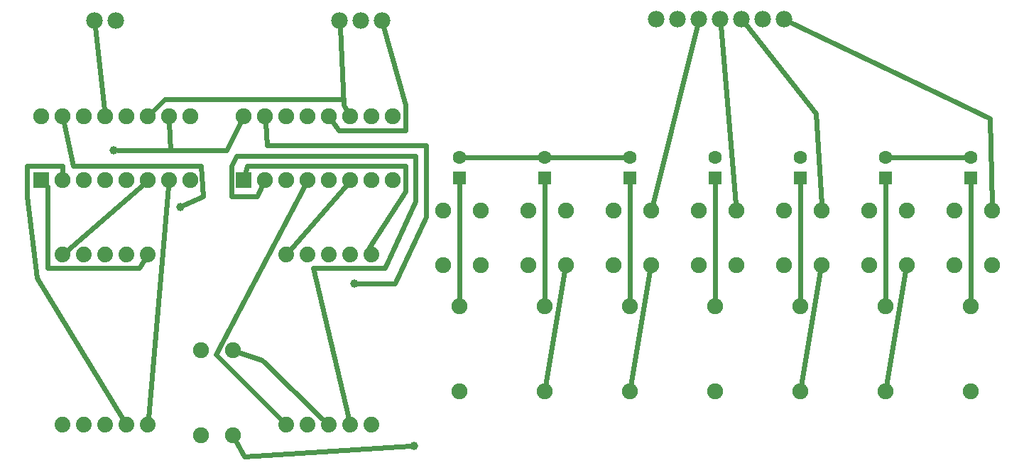
<source format=gtl>
G04 MADE WITH FRITZING*
G04 WWW.FRITZING.ORG*
G04 DOUBLE SIDED*
G04 HOLES PLATED*
G04 CONTOUR ON CENTER OF CONTOUR VECTOR*
%ASAXBY*%
%FSLAX23Y23*%
%MOIN*%
%OFA0B0*%
%SFA1.0B1.0*%
%ADD10C,0.078000*%
%ADD11C,0.039370*%
%ADD12C,0.075000*%
%ADD13C,0.074000*%
%ADD14C,0.062992*%
%ADD15R,0.075000X0.075000*%
%ADD16R,0.062992X0.062992*%
%ADD17C,0.024000*%
%LNCOPPER1*%
G90*
G70*
G54D10*
X1572Y2141D03*
X1672Y2141D03*
X1772Y2141D03*
X422Y2141D03*
X522Y2141D03*
X3057Y2148D03*
X3157Y2148D03*
X3257Y2148D03*
X3357Y2148D03*
X3457Y2148D03*
X3557Y2148D03*
X3657Y2148D03*
G54D11*
X824Y1266D03*
X1640Y906D03*
X512Y1530D03*
X1922Y141D03*
G54D12*
X1122Y1391D03*
X1122Y1691D03*
X1222Y1391D03*
X1222Y1691D03*
X1322Y1391D03*
X1322Y1691D03*
X1422Y1391D03*
X1422Y1691D03*
X1522Y1391D03*
X1522Y1691D03*
X1622Y1391D03*
X1622Y1691D03*
X1722Y1391D03*
X1722Y1691D03*
X1822Y1391D03*
X1822Y1691D03*
X172Y1391D03*
X172Y1691D03*
X272Y1391D03*
X272Y1691D03*
X372Y1391D03*
X372Y1691D03*
X472Y1391D03*
X472Y1691D03*
X572Y1391D03*
X572Y1691D03*
X672Y1391D03*
X672Y1691D03*
X772Y1391D03*
X772Y1691D03*
X872Y1391D03*
X872Y1691D03*
G54D13*
X1722Y1041D03*
X1622Y1041D03*
X1522Y1041D03*
X1422Y1041D03*
X1322Y1041D03*
X1322Y241D03*
X1422Y241D03*
X1522Y241D03*
X1622Y241D03*
X1722Y241D03*
X1722Y1041D03*
X1622Y1041D03*
X1522Y1041D03*
X1422Y1041D03*
X1322Y1041D03*
X1322Y241D03*
X1422Y241D03*
X1522Y241D03*
X1622Y241D03*
X1722Y241D03*
X672Y1041D03*
X572Y1041D03*
X472Y1041D03*
X372Y1041D03*
X272Y1041D03*
X272Y241D03*
X372Y241D03*
X472Y241D03*
X572Y241D03*
X672Y241D03*
X672Y1041D03*
X572Y1041D03*
X472Y1041D03*
X372Y1041D03*
X272Y1041D03*
X272Y241D03*
X372Y241D03*
X472Y241D03*
X572Y241D03*
X672Y241D03*
G54D12*
X1072Y191D03*
X1072Y591D03*
X922Y191D03*
X922Y591D03*
X4457Y992D03*
X4457Y1248D03*
X4634Y992D03*
X4634Y1248D03*
X4057Y992D03*
X4057Y1248D03*
X4234Y992D03*
X4234Y1248D03*
X3657Y992D03*
X3657Y1248D03*
X3834Y992D03*
X3834Y1248D03*
X3257Y992D03*
X3257Y1248D03*
X3434Y992D03*
X3434Y1248D03*
X2857Y992D03*
X2857Y1248D03*
X3034Y992D03*
X3034Y1248D03*
X2457Y992D03*
X2457Y1248D03*
X2634Y992D03*
X2634Y1248D03*
X2057Y992D03*
X2057Y1248D03*
X2234Y992D03*
X2234Y1248D03*
X4534Y798D03*
X4534Y398D03*
X4134Y798D03*
X4134Y398D03*
X3734Y798D03*
X3734Y398D03*
X3334Y798D03*
X3334Y398D03*
X2934Y798D03*
X2934Y398D03*
X2534Y798D03*
X2534Y398D03*
X2134Y798D03*
X2134Y398D03*
G54D14*
X4534Y1400D03*
X4534Y1498D03*
X4134Y1400D03*
X4134Y1498D03*
X3734Y1400D03*
X3734Y1498D03*
X3334Y1400D03*
X3334Y1498D03*
X2934Y1400D03*
X2934Y1498D03*
X2534Y1400D03*
X2534Y1498D03*
X2134Y1400D03*
X2134Y1498D03*
G54D15*
X1122Y1391D03*
X172Y1391D03*
G54D16*
X4534Y1400D03*
X4134Y1400D03*
X3734Y1400D03*
X3334Y1400D03*
X2934Y1400D03*
X2534Y1400D03*
X2134Y1400D03*
G54D17*
X4534Y827D02*
X4534Y1373D01*
D02*
X2134Y827D02*
X2134Y1373D01*
D02*
X3334Y827D02*
X3334Y1373D01*
D02*
X2534Y827D02*
X2534Y1373D01*
D02*
X3734Y827D02*
X3734Y1373D01*
D02*
X2934Y827D02*
X2934Y1373D01*
D02*
X769Y1363D02*
X674Y272D01*
D02*
X4134Y827D02*
X4134Y1373D01*
D02*
X1499Y263D02*
X1208Y546D01*
D02*
X1408Y1366D02*
X992Y570D01*
D02*
X1208Y546D02*
X1099Y582D01*
D02*
X992Y570D02*
X1300Y263D01*
D02*
X3360Y2118D02*
X3432Y1277D01*
D02*
X1603Y1369D02*
X1342Y1065D01*
D02*
X650Y1372D02*
X295Y1061D01*
D02*
X2939Y426D02*
X3029Y964D01*
D02*
X200Y1362D02*
X200Y978D01*
D02*
X192Y1371D02*
X200Y1362D01*
D02*
X3250Y2119D02*
X3041Y1276D01*
D02*
X1880Y1338D02*
X1712Y1074D01*
D02*
X1880Y1458D02*
X1880Y1338D01*
D02*
X1136Y1458D02*
X1880Y1458D01*
D02*
X1128Y1419D02*
X1136Y1458D01*
D02*
X632Y978D02*
X655Y1015D01*
D02*
X200Y978D02*
X632Y978D01*
D02*
X272Y1420D02*
X272Y1458D01*
D02*
X1712Y1074D02*
X1713Y1071D01*
D02*
X277Y1663D02*
X320Y1458D01*
D02*
X152Y930D02*
X555Y268D01*
D02*
X104Y1314D02*
X152Y930D01*
D02*
X104Y1458D02*
X104Y1314D01*
D02*
X272Y1458D02*
X104Y1458D01*
D02*
X932Y1314D02*
X841Y1274D01*
D02*
X920Y1458D02*
X932Y1314D01*
D02*
X320Y1458D02*
X920Y1458D01*
D02*
X3739Y426D02*
X3829Y964D01*
D02*
X3476Y2125D02*
X3808Y1705D01*
D02*
X3808Y1705D02*
X3833Y1277D01*
D02*
X1592Y1746D02*
X1608Y1716D01*
D02*
X1573Y2111D02*
X1592Y1746D01*
D02*
X692Y1711D02*
X752Y1770D01*
D02*
X1064Y1458D02*
X1088Y1506D01*
D02*
X1064Y1314D02*
X1064Y1458D01*
D02*
X1184Y1314D02*
X1064Y1314D01*
D02*
X1209Y1365D02*
X1184Y1314D01*
D02*
X1592Y1770D02*
X1592Y1746D01*
D02*
X752Y1770D02*
X1592Y1770D01*
D02*
X1928Y1290D02*
X1784Y978D01*
D02*
X1928Y1506D02*
X1928Y1290D01*
D02*
X1088Y1506D02*
X1928Y1506D01*
D02*
X1448Y978D02*
X1614Y271D01*
D02*
X1784Y978D02*
X1448Y978D01*
D02*
X1976Y1218D02*
X1832Y906D01*
D02*
X1976Y1554D02*
X1976Y1218D01*
D02*
X1232Y1554D02*
X1976Y1554D01*
D02*
X1224Y1663D02*
X1232Y1554D01*
D02*
X2539Y426D02*
X2629Y964D01*
D02*
X1832Y906D02*
X1659Y906D01*
D02*
X1779Y2112D02*
X1880Y1746D01*
D02*
X1568Y1626D02*
X1538Y1668D01*
D02*
X1880Y1626D02*
X1568Y1626D01*
D02*
X1880Y1746D02*
X1880Y1626D01*
D02*
X4139Y426D02*
X4229Y964D01*
D02*
X3684Y2135D02*
X4624Y1681D01*
D02*
X4624Y1681D02*
X4634Y1277D01*
D02*
X2561Y1498D02*
X2907Y1498D01*
D02*
X2161Y1498D02*
X2507Y1498D01*
D02*
X4507Y1498D02*
X4161Y1498D01*
D02*
X425Y2111D02*
X468Y1720D01*
D02*
X1109Y1666D02*
X1040Y1530D01*
D02*
X1040Y1530D02*
X531Y1530D01*
D02*
X776Y1530D02*
X1040Y1530D01*
D02*
X772Y1663D02*
X776Y1530D01*
D02*
X1903Y140D02*
X1123Y93D01*
D02*
X1123Y93D02*
X1085Y166D01*
G04 End of Copper1*
M02*
</source>
